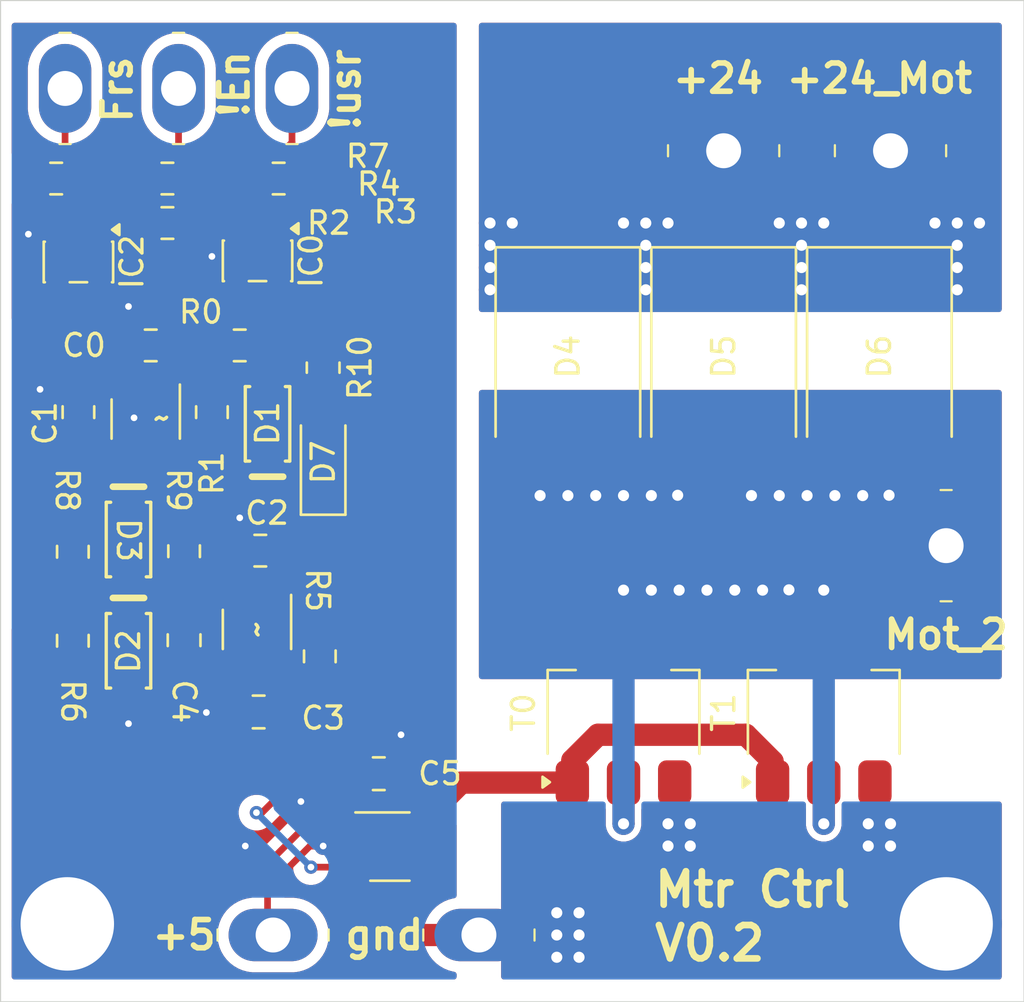
<source format=kicad_pcb>
(kicad_pcb (version 20241229) (generator "pcbnew") (generator_version "9.0")
  (layers (0 "F.Cu" signal) (2 "B.Cu" signal) (13 "F.Paste" user) (15 "B.Paste" user) (5 "F.SilkS" user "F.Silkscreen") (7 "B.SilkS" user "B.Silkscreen") (1 "F.Mask" user) (3 "B.Mask" user) (25 "Edge.Cuts" user))
  (net 0 "")
  (net 1 "GND")
  (net 2 "+5V")
  (net 3 "/50%dtcy")
  (net 4 "/10msOn")
  (net 5 "+24V")
  (net 6 "/~{Enable}")
  (net 7 "/~{userSW}")
  (net 8 "Net-(U0-T{slash}T)")
  (net 9 "Net-(U1-THR)")
  (net 10 "Net-(U1-TRG)")
  (net 11 "Net-(C4-Pad1)")
  (net 12 "/DRAIN")
  (net 13 "Net-(D1-Pad2)")
  (net 14 "Net-(D7-Pad2)")
  (net 15 "Net-(IC2-Y)")
  (net 16 "Net-(R4-Pad1)")
  (net 17 "Net-(R7-Pad1)")
  (net 18 "Net-(T0-G)")
  (net 19 "Net-(IC0-Pad1)")
  (net 20 "Net-(IC2-A)")
  (net 21 "/forceOn")
  (footprint "Capacitor_SMD:C_0805_2012Metric" (layer "F.Cu") (at 120.1 65.975)
    (property "Reference" "C3" (at 2.9 0.275 0) (layer "F.SilkS"))
    (property "Value" "C_0805_1uF_50V_X7R_20%" (hide yes))
    (fp_line (start -0.261252 -0.735) (end 0.261252 -0.735) (stroke (width 0.12)) (layer "F.SilkS"))
    (fp_line (start -0.261252 0.735) (end 0.261252 0.735) (stroke (width 0.12)) (layer "F.SilkS"))
    (pad "1" smd roundrect (at -0.95 0) (size 1 1.45) (layers "F.Cu" "F.Mask" "F.Paste") (net 1 "GND"))
    (pad "2" smd roundrect (at 0.95 0) (size 1 1.45) (layers "F.Cu" "F.Mask" "F.Paste") (net 9 "Net-(U1-THR)"))
  )
  (footprint "Resistor_SMD:R_0805_2012Metric_Pad1.15x1.40mm_HandSolder" (layer "F.Cu") (at 111.75 58.775 -90)
    (property "Reference" "R8" (at -2.775 0.25 270) (layer "F.SilkS"))
    (property "Value" "R_0805_100K_1%" (hide yes))
    (fp_line (start -0.261252 0.71) (end 0.261252 0.71) (stroke (width 0.12)) (layer "F.SilkS"))
    (fp_line (start -0.261252 -0.71) (end 0.261252 -0.71) (stroke (width 0.12)) (layer "F.SilkS"))
    (pad "1" smd roundrect (at -1.025 0 270) (size 1.15 1.4) (layers "F.Cu" "F.Mask" "F.Paste") (roundrect_rratio 0.217391) (net 2 "+5V"))
    (pad "2" smd roundrect (at 1.025 0 270) (size 1.15 1.4) (layers "F.Cu" "F.Mask" "F.Paste") (roundrect_rratio 0.217391) (net 11 "Net-(C4-Pad1)"))
  )
  (footprint "Capacitor_SMD:C_0805_2012Metric_Pad1.15x1.40mm_HandSolder" (layer "F.Cu") (at 115.25 49.5)
    (property "Reference" "C0" (at -3 0 0) (layer "F.SilkS"))
    (property "Value" "C_0805_100nF_50V_X7R_10%" (hide yes))
    (fp_line (start -0.261252 -0.71) (end 0.261252 -0.71) (stroke (width 0.12)) (layer "F.SilkS"))
    (fp_line (start -0.261252 0.71) (end 0.261252 0.71) (stroke (width 0.12)) (layer "F.SilkS"))
    (pad "1" smd roundrect (at -1.025 0) (size 1.15 1.4) (layers "F.Cu" "F.Mask" "F.Paste") (roundrect_rratio 0.217391) (net 1 "GND"))
    (pad "2" smd roundrect (at 1.025 0) (size 1.15 1.4) (layers "F.Cu" "F.Mask" "F.Paste") (roundrect_rratio 0.217391) (net 8 "Net-(U0-T{slash}T)"))
  )
  (footprint "Diode_SMD:D_SMC" (layer "F.Cu") (at 141 50 -90)
    (property "Reference" "D5" (at 0 0 90) (layer "F.SilkS"))
    (property "Value" "B360")
    (fp_line (start -4.91 3.25) (end 3.6 3.25) (stroke (width 0.12)) (layer "F.SilkS"))
    (fp_line (start -4.91 3.25) (end -4.91 -3.25) (stroke (width 0.12)) (layer "F.SilkS"))
    (fp_line (start -4.91 -3.25) (end 3.6 -3.25) (stroke (width 0.12)) (layer "F.SilkS"))
    (pad "1" smd roundrect (at -3.4 0) (size 3.3 2.5) (layers "F.Cu" "F.Mask" "F.Paste") (roundrect_rratio 0.1) (net 5 "+24V"))
    (pad "2" smd roundrect (at 3.4 0) (size 3.3 2.5) (layers "F.Cu" "F.Mask" "F.Paste") (roundrect_rratio 0.1) (net 12 "/DRAIN"))
  )
  (footprint "Connector_THT:2.8mm_Faston" (layer "F.Cu") (at 120.75 76)
    (property "Reference" "XP2" (hide yes))
    (property "Value" "+5" (at -4 0 0) (layer "F.SilkS") (effects (font (size 1.27 1.27) (thickness 0.254))))
    (fp_line (start -2.5 0.25) (end -2.5 -0.25) (stroke (width 0.1)) (layer "F.SilkS"))
    (fp_line (start 2.5 -0.25) (end 2.5 0.25) (stroke (width 0.1)) (layer "F.SilkS"))
    (pad "1" thru_hole oval (at 0 0) (size 4 2.355) (drill 1.57) (layers "*.Cu" "*.Mask") (net 2 "+5V"))
  )
  (footprint "Capacitor_SMD:C_0805_2012Metric_Pad1.15x1.40mm_HandSolder" (layer "F.Cu") (at 112 52.5 -90)
    (property "Reference" "C1" (at 0.5 1.5 90) (layer "F.SilkS"))
    (property "Value" "C_0805_100nF_50V_X7R_10%" (hide yes))
    (fp_line (start -0.261252 0.71) (end 0.261252 0.71) (stroke (width 0.12)) (layer "F.SilkS"))
    (fp_line (start -0.261252 -0.71) (end 0.261252 -0.71) (stroke (width 0.12)) (layer "F.SilkS"))
    (pad "1" smd roundrect (at -1.025 0 270) (size 1.15 1.4) (layers "F.Cu" "F.Mask" "F.Paste") (roundrect_rratio 0.217391) (net 1 "GND"))
    (pad "2" smd roundrect (at 1.025 0 270) (size 1.15 1.4) (layers "F.Cu" "F.Mask" "F.Paste") (roundrect_rratio 0.217391) (net 2 "+5V"))
  )
  (footprint "Diode_SMD:D_SMC" (layer "F.Cu") (at 148 50 -90)
    (property "Reference" "D6" (at 0 0 90) (layer "F.SilkS"))
    (property "Value" "B360")
    (fp_line (start -4.91 3.25) (end 3.6 3.25) (stroke (width 0.12)) (layer "F.SilkS"))
    (fp_line (start -4.91 3.25) (end -4.91 -3.25) (stroke (width 0.12)) (layer "F.SilkS"))
    (fp_line (start -4.91 -3.25) (end 3.6 -3.25) (stroke (width 0.12)) (layer "F.SilkS"))
    (pad "1" smd roundrect (at -3.4 0) (size 3.3 2.5) (layers "F.Cu" "F.Mask" "F.Paste") (roundrect_rratio 0.1) (net 5 "+24V"))
    (pad "2" smd roundrect (at 3.4 0) (size 3.3 2.5) (layers "F.Cu" "F.Mask" "F.Paste") (roundrect_rratio 0.1) (net 12 "/DRAIN"))
  )
  (footprint "Connector_THT:2.8mm_Faston" (layer "F.Cu") (at 130 76)
    (property "Reference" "XP7" (hide yes))
    (property "Value" "gnd" (at -4.25 0 0) (layer "F.SilkS") (effects (font (size 1.27 1.27) (thickness 0.254))))
    (fp_line (start -2.5 0.25) (end -2.5 -0.25) (stroke (width 0.1)) (layer "F.SilkS"))
    (fp_line (start 2.5 -0.25) (end 2.5 0.25) (stroke (width 0.1)) (layer "F.SilkS"))
    (pad "1" thru_hole oval (at 0 0) (size 4 2.355) (drill 1.57) (layers "*.Cu" "*.Mask") (net 1 "GND"))
  )
  (footprint "Comparator_SMD:TSOT-23-5" (layer "F.Cu") (at 115.05 52.81 -90)
    (property "Reference" "U0" (hide yes))
    (property "Value" "~" (at -0.06 -0.7 0) (layer "F.SilkS"))
    (fp_line (start -0.88 1.56) (end 0.88 1.56) (stroke (width 0.12)) (layer "F.SilkS"))
    (fp_line (start 0.88 -1.51) (end -1.55 -1.51) (stroke (width 0.12)) (layer "F.SilkS"))
    (pad "1" smd rect (at -1.31 -0.95 270) (size 1.22 0.62) (layers "F.Cu" "F.Mask" "F.Paste") (net 8 "Net-(U0-T{slash}T)"))
    (pad "2" smd rect (at -1.31 0 270) (size 1.22 0.62) (layers "F.Cu" "F.Mask" "F.Paste") (net 1 "GND"))
    (pad "3" smd rect (at -1.31 0.95 270) (size 1.22 0.62) (layers "F.Cu" "F.Mask" "F.Paste") (net 15 "Net-(IC2-Y)"))
    (pad "4" smd rect (at 1.31 0.95 270) (size 1.22 0.62) (layers "F.Cu" "F.Mask" "F.Paste") (net 2 "+5V"))
    (pad "5" smd rect (at 1.31 -0.95 270) (size 1.22 0.62) (layers "F.Cu" "F.Mask" "F.Paste") (net 3 "/50%dtcy"))
  )
  (footprint "Resistor_SMD:R_0805_2012Metric_Pad1.15x1.40mm_HandSolder" (layer "F.Cu") (at 116 44 180)
    (property "Reference" "R2" (at -7.25 0 0) (layer "F.SilkS"))
    (property "Value" "R_0805_100K_1%" (hide yes))
    (fp_line (start -0.261252 0.71) (end 0.261252 0.71) (stroke (width 0.12)) (layer "F.SilkS"))
    (fp_line (start -0.261252 -0.71) (end 0.261252 -0.71) (stroke (width 0.12)) (layer "F.SilkS"))
    (pad "1" smd roundrect (at -1.025 0 180) (size 1.15 1.4) (layers "F.Cu" "F.Mask" "F.Paste") (roundrect_rratio 0.217391) (net 6 "/~{Enable}"))
    (pad "2" smd roundrect (at 1.025 0 180) (size 1.15 1.4) (layers "F.Cu" "F.Mask" "F.Paste") (roundrect_rratio 0.217391) (net 2 "+5V"))
  )
  (footprint "Package_TO_SOT_SMD:SOT-223-3_TabPin2" (layer "F.Cu") (at 145.5 66 90)
    (property "Reference" "T1" (at 0 -4.5 90) (layer "F.SilkS"))
    (property "Value" "buk9880-55a")
    (fp_line (start 1.91 -3.41) (end 1.91 -2.15) (stroke (width 0.12)) (layer "F.SilkS"))
    (fp_line (start -1.85 -3.41) (end 1.91 -3.41) (stroke (width 0.12)) (layer "F.SilkS"))
    (fp_line (start 1.91 3.41) (end 1.91 2.15) (stroke (width 0.12)) (layer "F.SilkS"))
    (fp_line (start -1.85 3.41) (end 1.91 3.41) (stroke (width 0.12)) (layer "F.SilkS"))
    (fp_poly (pts (xy -3.13 -3.31) (xy -3.37 -3.64) (xy -2.89 -3.64) (xy -3.13 -3.31)) (stroke (width 0.12)) (fill yes) (layer "F.SilkS"))
    (pad "1" smd roundrect (at -3.15 -2.3 90) (size 2 1.5) (layers "F.Cu" "F.Mask" "F.Paste") (net 18 "Net-(T0-G)"))
    (pad "2" smd roundrect (at -3.15 0 90) (size 2 1.5) (layers "F.Cu" "F.Mask" "F.Paste") (net 12 "/DRAIN"))
    (pad "2" smd roundrect (at 3.15 0 90) (size 2 3.8) (layers "F.Cu" "F.Mask" "F.Paste") (net 12 "/DRAIN"))
    (pad "3" smd roundrect (at -3.15 2.3 90) (size 2 1.5) (layers "F.Cu" "F.Mask" "F.Paste") (net 1 "GND"))
  )
  (footprint "Resistor_SMD:R_0805_2012Metric_Pad1.15x1.40mm_HandSolder" (layer "F.Cu") (at 111 42)
    (property "Reference" "R7" (at 14 -1 0) (layer "F.SilkS"))
    (property "Value" "R_0805_1K_1%" (hide yes))
    (fp_line (start -0.261252 -0.71) (end 0.261252 -0.71) (stroke (width 0.12)) (layer "F.SilkS"))
    (fp_line (start -0.261252 0.71) (end 0.261252 0.71) (stroke (width 0.12)) (layer "F.SilkS"))
    (pad "1" smd roundrect (at -1.025 0) (size 1.15 1.4) (layers "F.Cu" "F.Mask" "F.Paste") (roundrect_rratio 0.217391) (net 17 "Net-(R7-Pad1)"))
    (pad "2" smd roundrect (at 1.025 0) (size 1.15 1.4) (layers "F.Cu" "F.Mask" "F.Paste") (roundrect_rratio 0.217391) (net 21 "/forceOn"))
  )
  (footprint "Package_TO_SOT_SMD:SOT-23-5" (layer "F.Cu") (at 112 45.75 -90)
    (property "Reference" "IC2" (at 0 -2.4 90) (layer "F.SilkS"))
    (property "Value" "OR")
    (fp_line (start -0.91 1.56) (end -0.91 1.51) (stroke (width 0.12)) (layer "F.SilkS"))
    (fp_line (start 0.91 1.56) (end -0.91 1.56) (stroke (width 0.12)) (layer "F.SilkS"))
    (fp_line (start 0.91 1.51) (end 0.91 1.56) (stroke (width 0.12)) (layer "F.SilkS"))
    (fp_line (start 0.91 -0.39) (end 0.91 0.39) (stroke (width 0.12)) (layer "F.SilkS"))
    (fp_line (start -0.91 -1.51) (end -0.91 -1.56) (stroke (width 0.12)) (layer "F.SilkS"))
    (fp_line (start -0.91 -1.56) (end 0.91 -1.56) (stroke (width 0.12)) (layer "F.SilkS"))
    (fp_line (start 0.91 -1.56) (end 0.91 -1.51) (stroke (width 0.12)) (layer "F.SilkS"))
    (fp_poly (pts (xy -1.45 -1.51) (xy -1.69 -1.84) (xy -1.21 -1.84)) (stroke (width 0.12)) (fill yes) (layer "F.SilkS"))
    (pad "1" smd roundrect (at -1.1375 -0.95 270) (size 1.325 0.6) (layers "F.Cu" "F.Mask" "F.Paste") (net 20 "Net-(IC2-A)"))
    (pad "2" smd roundrect (at -1.1375 0 270) (size 1.325 0.6) (layers "F.Cu" "F.Mask" "F.Paste") (net 21 "/forceOn"))
    (pad "3" smd roundrect (at -1.1375 0.95 270) (size 1.325 0.6) (layers "F.Cu" "F.Mask" "F.Paste") (net 1 "GND"))
    (pad "4" smd roundrect (at 1.1375 0.95 270) (size 1.325 0.6) (layers "F.Cu" "F.Mask" "F.Paste") (net 15 "Net-(IC2-Y)"))
    (pad "5" smd roundrect (at 1.1375 -0.95 270) (size 1.325 0.6) (layers "F.Cu" "F.Mask" "F.Paste") (net 2 "+5V"))
  )
  (footprint "Diode_SMD:D_SOD-123" (layer "F.Cu") (at 114.25 58.25 -90)
    (property "Reference" "D3" (at 0 0 270) (layer "F.SilkS"))
    (property "Value" "D_BAT42W" (hide yes))
    (fp_line (start -1.7 1) (end 1.65 1) (stroke (width 0.15)) (layer "F.SilkS"))
    (fp_line (start -1.7 0.8) (end -1.7 1) (stroke (width 0.15)) (layer "F.SilkS"))
    (fp_line (start 1.65 0.8) (end 1.65 1) (stroke (width 0.15)) (layer "F.SilkS"))
    (fp_line (start -2.4 -0.7) (end -2.4 0.7) (stroke (width 0.3)) (layer "F.SilkS"))
    (fp_line (start -1.7 -1) (end -1.7 -0.8) (stroke (width 0.15)) (layer "F.SilkS"))
    (fp_line (start -1.7 -1) (end 1.65 -1) (stroke (width 0.15)) (layer "F.SilkS"))
    (fp_line (start 1.65 -1) (end 1.65 -0.8) (stroke (width 0.15)) (layer "F.SilkS"))
    (pad "1" smd rect (at -1.65 0 270) (size 0.9 1.2) (layers "F.Cu" "F.Mask" "F.Paste") (net 2 "+5V"))
    (pad "2" smd rect (at 1.65 0 270) (size 0.9 1.2) (layers "F.Cu" "F.Mask" "F.Paste") (net 10 "Net-(U1-TRG)"))
  )
  (footprint "Resistor_SMD:R_0805_2012Metric_Pad1.15x1.40mm_HandSolder" (layer "F.Cu") (at 122.85 63.475 90)
    (property "Reference" "R5" (at 2.975 -0.1 270) (layer "F.SilkS"))
    (property "Value" "R_0805_100K_1%" (hide yes))
    (fp_line (start -0.261252 -0.71) (end 0.261252 -0.71) (stroke (width 0.12)) (layer "F.SilkS"))
    (fp_line (start -0.261252 0.71) (end 0.261252 0.71) (stroke (width 0.12)) (layer "F.SilkS"))
    (pad "1" smd roundrect (at -1.025 0 90) (size 1.15 1.4) (layers "F.Cu" "F.Mask" "F.Paste") (roundrect_rratio 0.217391) (net 9 "Net-(U1-THR)"))
    (pad "2" smd roundrect (at 1.025 0 90) (size 1.15 1.4) (layers "F.Cu" "F.Mask" "F.Paste") (roundrect_rratio 0.217391) (net 4 "/10msOn"))
  )
  (footprint "Diode_SMD:D_SOD-123" (layer "F.Cu") (at 114.25 63.25 -90)
    (property "Reference" "D2" (at 0 0 90) (layer "F.SilkS"))
    (property "Value" "D_BAT42W" (hide yes))
    (fp_line (start -1.7 1) (end 1.65 1) (stroke (width 0.15)) (layer "F.SilkS"))
    (fp_line (start -1.7 0.8) (end -1.7 1) (stroke (width 0.15)) (layer "F.SilkS"))
    (fp_line (start 1.65 0.8) (end 1.65 1) (stroke (width 0.15)) (layer "F.SilkS"))
    (fp_line (start -2.4 -0.7) (end -2.4 0.7) (stroke (width 0.3)) (layer "F.SilkS"))
    (fp_line (start -1.7 -1) (end -1.7 -0.8) (stroke (width 0.15)) (layer "F.SilkS"))
    (fp_line (start -1.7 -1) (end 1.65 -1) (stroke (width 0.15)) (layer "F.SilkS"))
    (fp_line (start 1.65 -1) (end 1.65 -0.8) (stroke (width 0.15)) (layer "F.SilkS"))
    (pad "1" smd rect (at -1.65 0 270) (size 0.9 1.2) (layers "F.Cu" "F.Mask" "F.Paste") (net 10 "Net-(U1-TRG)"))
    (pad "2" smd rect (at 1.65 0 270) (size 0.9 1.2) (layers "F.Cu" "F.Mask" "F.Paste") (net 1 "GND"))
  )
  (footprint "Package_TO_SOT_SMD:SOT-23-5" (layer "F.Cu") (at 120.05 45.7 -90)
    (property "Reference" "IC0" (at 0 -2.4 270) (layer "F.SilkS"))
    (property "Value" "74LVC1G02")
    (fp_line (start -0.91 1.56) (end -0.91 1.51) (stroke (width 0.12)) (layer "F.SilkS"))
    (fp_line (start 0.91 1.56) (end -0.91 1.56) (stroke (width 0.12)) (layer "F.SilkS"))
    (fp_line (start 0.91 1.51) (end 0.91 1.56) (stroke (width 0.12)) (layer "F.SilkS"))
    (fp_line (start 0.91 -0.39) (end 0.91 0.39) (stroke (width 0.12)) (layer "F.SilkS"))
    (fp_line (start -0.91 -1.51) (end -0.91 -1.56) (stroke (width 0.12)) (layer "F.SilkS"))
    (fp_line (start -0.91 -1.56) (end 0.91 -1.56) (stroke (width 0.12)) (layer "F.SilkS"))
    (fp_line (start 0.91 -1.56) (end 0.91 -1.51) (stroke (width 0.12)) (layer "F.SilkS"))
    (fp_poly (pts (xy -1.45 -1.51) (xy -1.69 -1.84) (xy -1.21 -1.84)) (stroke (width 0.12)) (fill yes) (layer "F.SilkS"))
    (pad "1" smd roundrect (at -1.1375 -0.95 270) (size 1.325 0.6) (layers "F.Cu" "F.Mask" "F.Paste") (net 19 "Net-(IC0-Pad1)"))
    (pad "2" smd roundrect (at -1.1375 0 270) (size 1.325 0.6) (layers "F.Cu" "F.Mask" "F.Paste") (net 6 "/~{Enable}"))
    (pad "3" smd roundrect (at -1.1375 0.95 270) (size 1.325 0.6) (layers "F.Cu" "F.Mask" "F.Paste") (net 1 "GND"))
    (pad "4" smd roundrect (at 1.1375 0.95 270) (size 1.325 0.6) (layers "F.Cu" "F.Mask" "F.Paste") (net 20 "Net-(IC2-A)"))
    (pad "5" smd roundrect (at 1.1375 -0.95 270) (size 1.325 0.6) (layers "F.Cu" "F.Mask" "F.Paste") (net 2 "+5V"))
  )
  (footprint "Resistor_SMD:R_0805_2012Metric_Pad1.20x1.40mm_HandSolder" (layer "F.Cu") (at 123 50.5 -90)
    (property "Reference" "R10" (at 0 -1.65 90) (layer "F.SilkS"))
    (property "Value" "R_0805_1K_1%")
    (fp_line (start -0.227064 0.735) (end 0.227064 0.735) (stroke (width 0.12)) (layer "F.SilkS"))
    (fp_line (start -0.227064 -0.735) (end 0.227064 -0.735) (stroke (width 0.12)) (layer "F.SilkS"))
    (pad "1" smd roundrect (at -1 0 270) (size 1.2 1.4) (layers "F.Cu" "F.Mask" "F.Paste") (roundrect_rratio 0.208333) (net 8 "Net-(U0-T{slash}T)"))
    (pad "2" smd roundrect (at 1 0 270) (size 1.2 1.4) (layers "F.Cu" "F.Mask" "F.Paste") (roundrect_rratio 0.208333) (net 14 "Net-(D7-Pad2)"))
  )
  (footprint "Resistor_SMD:R_0805_2012Metric_Pad1.15x1.40mm_HandSolder" (layer "F.Cu") (at 116.75 58.75 90)
    (property "Reference" "R9" (at 2.75 -0.25 270) (layer "F.SilkS"))
    (property "Value" "R_0805_100K_1%" (hide yes))
    (fp_line (start -0.261252 -0.71) (end 0.261252 -0.71) (stroke (width 0.12)) (layer "F.SilkS"))
    (fp_line (start -0.261252 0.71) (end 0.261252 0.71) (stroke (width 0.12)) (layer "F.SilkS"))
    (pad "1" smd roundrect (at -1.025 0 90) (size 1.15 1.4) (layers "F.Cu" "F.Mask" "F.Paste") (roundrect_rratio 0.217391) (net 10 "Net-(U1-TRG)"))
    (pad "2" smd roundrect (at 1.025 0 90) (size 1.15 1.4) (layers "F.Cu" "F.Mask" "F.Paste") (roundrect_rratio 0.217391) (net 1 "GND"))
  )
  (footprint "Resistor_SMD:R_0805_2012Metric_Pad1.15x1.40mm_HandSolder" (layer "F.Cu") (at 121 42)
    (property "Reference" "R3" (at 5.25 1.5 0) (layer "F.SilkS"))
    (property "Value" "R_0805_1K_1%" (hide yes))
    (fp_line (start -0.261252 -0.71) (end 0.261252 -0.71) (stroke (width 0.12)) (layer "F.SilkS"))
    (fp_line (start -0.261252 0.71) (end 0.261252 0.71) (stroke (width 0.12)) (layer "F.SilkS"))
    (pad "1" smd roundrect (at -1.025 0) (size 1.15 1.4) (layers "F.Cu" "F.Mask" "F.Paste") (roundrect_rratio 0.217391) (net 7 "/~{userSW}"))
    (pad "2" smd roundrect (at 1.025 0) (size 1.15 1.4) (layers "F.Cu" "F.Mask" "F.Paste") (roundrect_rratio 0.217391) (net 19 "Net-(IC0-Pad1)"))
  )
  (footprint "Connector_THT:2.8mm_Faston" (layer "F.Cu") (at 116.5 37.95 -90)
    (property "Reference" "XP4" (hide yes))
    (property "Value" "!En" (at -0.2 -2.5 90) (layer "F.SilkS") (effects (font (size 1.27 1.27) (thickness 0.254))))
    (fp_line (start -2.5 0.25) (end -2.5 -0.25) (stroke (width 0.1)) (layer "F.SilkS"))
    (fp_line (start 2.5 -0.25) (end 2.5 0.25) (stroke (width 0.1)) (layer "F.SilkS"))
    (pad "1" thru_hole oval (at 0 0 270) (size 4 2.355) (drill 1.57) (layers "*.Cu" "*.Mask") (net 16 "Net-(R4-Pad1)"))
  )
  (footprint "Capacitor_SMD:C_0805_2012Metric_Pad1.15x1.40mm_HandSolder" (layer "F.Cu") (at 120.175 58.725 180)
    (property "Reference" "C2" (at -0.3 1.69 0) (layer "F.SilkS"))
    (property "Value" "C_0805_100nF_50V_X7R_10%" (hide yes))
    (fp_line (start -0.261252 0.71) (end 0.261252 0.71) (stroke (width 0.12)) (layer "F.SilkS"))
    (fp_line (start -0.261252 -0.71) (end 0.261252 -0.71) (stroke (width 0.12)) (layer "F.SilkS"))
    (pad "1" smd roundrect (at -1.025 0 180) (size 1.15 1.4) (layers "F.Cu" "F.Mask" "F.Paste") (roundrect_rratio 0.217391) (net 2 "+5V"))
    (pad "2" smd roundrect (at 1.025 0 180) (size 1.15 1.4) (layers "F.Cu" "F.Mask" "F.Paste") (roundrect_rratio 0.217391) (net 1 "GND"))
  )
  (footprint "Resistor_SMD:R_0805_2012Metric_Pad1.15x1.40mm_HandSolder" (layer "F.Cu") (at 116 42)
    (property "Reference" "R4" (at 9.5 0.25 0) (layer "F.SilkS"))
    (property "Value" "R_0805_1K_1%" (hide yes))
    (fp_line (start -0.261252 -0.71) (end 0.261252 -0.71) (stroke (width 0.12)) (layer "F.SilkS"))
    (fp_line (start -0.261252 0.71) (end 0.261252 0.71) (stroke (width 0.12)) (layer "F.SilkS"))
    (pad "1" smd roundrect (at -1.025 0) (size 1.15 1.4) (layers "F.Cu" "F.Mask" "F.Paste") (roundrect_rratio 0.217391) (net 16 "Net-(R4-Pad1)"))
    (pad "2" smd roundrect (at 1.025 0) (size 1.15 1.4) (layers "F.Cu" "F.Mask" "F.Paste") (roundrect_rratio 0.217391) (net 6 "/~{Enable}"))
  )
  (footprint "Package_TO_SOT_SMD:SOT-223-3_TabPin2" (layer "F.Cu") (at 136.5 66 90)
    (property "Reference" "T0" (at 0 -4.5 90) (layer "F.SilkS"))
    (property "Value" "buk9880-55a")
    (fp_line (start 1.91 -3.41) (end 1.91 -2.15) (stroke (width 0.12)) (layer "F.SilkS"))
    (fp_line (start -1.85 -3.41) (end 1.91 -3.41) (stroke (width 0.12)) (layer "F.SilkS"))
    (fp_line (start 1.91 3.41) (end 1.91 2.15) (stroke (width 0.12)) (layer "F.SilkS"))
    (fp_line (start -1.85 3.41) (end 1.91 3.41) (stroke (width 0.12)) (layer "F.SilkS"))
    (fp_poly (pts (xy -3.13 -3.31) (xy -3.37 -3.64) (xy -2.89 -3.64) (xy -3.13 -3.31)) (stroke (width 0.12)) (fill yes) (layer "F.SilkS"))
    (pad "1" smd roundrect (at -3.15 -2.3 90) (size 2 1.5) (layers "F.Cu" "F.Mask" "F.Paste") (net 18 "Net-(T0-G)"))
    (pad "2" smd roundrect (at -3.15 0 90) (size 2 1.5) (layers "F.Cu" "F.Mask" "F.Paste") (net 12 "/DRAIN"))
    (pad "2" smd roundrect (at 3.15 0 90) (size 2 3.8) (layers "F.Cu" "F.Mask" "F.Paste") (net 12 "/DRAIN"))
    (pad "3" smd roundrect (at -3.15 2.3 90) (size 2 1.5) (layers "F.Cu" "F.Mask" "F.Paste") (net 1 "GND"))
  )
  (footprint "Resistor_SMD:R_0805_2012Metric_Pad1.15x1.40mm_HandSolder" (layer "F.Cu") (at 119.25 49.5)
    (property "Reference" "R0" (at -1.75 -1.5 0) (layer "F.SilkS"))
    (property "Value" "R_0805_10K_1%" (hide yes))
    (fp_line (start -0.261252 -0.71) (end 0.261252 -0.71) (stroke (width 0.12)) (layer "F.SilkS"))
    (fp_line (start -0.261252 0.71) (end 0.261252 0.71) (stroke (width 0.12)) (layer "F.SilkS"))
    (pad "1" smd roundrect (at -1.025 0) (size 1.15 1.4) (layers "F.Cu" "F.Mask" "F.Paste") (roundrect_rratio 0.217391) (net 8 "Net-(U0-T{slash}T)"))
    (pad "2" smd roundrect (at 1.025 0) (size 1.15 1.4) (layers "F.Cu" "F.Mask" "F.Paste") (roundrect_rratio 0.217391) (net 13 "Net-(D1-Pad2)"))
  )
  (footprint "Connector_THT:2.8mm_Faston" (layer "F.Cu") (at 148.5 40.75)
    (property "Reference" "XP1" (hide yes))
    (property "Value" "+24_Mot" (at -0.5 -3.25 0) (layer "F.SilkS") (effects (font (size 1.27 1.27) (thickness 0.254))))
    (fp_line (start -2.5 0.25) (end -2.5 -0.25) (stroke (width 0.1)) (layer "F.SilkS"))
    (fp_line (start 2.5 -0.25) (end 2.5 0.25) (stroke (width 0.1)) (layer "F.SilkS"))
    (pad "1" thru_hole oval (at 0 0) (size 4 2.355) (drill 1.57) (layers "*.Cu" "*.Mask") (net 5 "+24V"))
  )
  (footprint "Capacitor_SMD:C_0805_2012Metric" (layer "F.Cu") (at 125.5 68.75 180)
    (property "Reference" "C5" (at -2.75 0 0) (layer "F.SilkS"))
    (property "Value" "C_0805_1uF_50V_X7R_20%")
    (fp_line (start -0.261252 0.735) (end 0.261252 0.735) (stroke (width 0.12)) (layer "F.SilkS"))
    (fp_line (start -0.261252 -0.735) (end 0.261252 -0.735) (stroke (width 0.12)) (layer "F.SilkS"))
    (pad "1" smd roundrect (at -0.95 0 180) (size 1 1.45) (layers "F.Cu" "F.Mask" "F.Paste") (net 1 "GND"))
    (pad "2" smd roundrect (at 0.95 0 180) (size 1 1.45) (layers "F.Cu" "F.Mask" "F.Paste") (net 2 "+5V"))
  )
  (footprint "Connector_THT:2.8mm_Faston" (layer "F.Cu") (at 141 40.75)
    (property "Reference" "XP0" (hide yes))
    (property "Value" "+24" (at -0.25 -3.25 0) (layer "F.SilkS") (effects (font (size 1.27 1.27) (thickness 0.254))))
    (fp_line (start -2.5 0.25) (end -2.5 -0.25) (stroke (width 0.1)) (layer "F.SilkS"))
    (fp_line (start 2.5 -0.25) (end 2.5 0.25) (stroke (width 0.1)) (layer "F.SilkS"))
    (pad "1" thru_hole oval (at 0 0) (size 4 2.355) (drill 1.57) (layers "*.Cu" "*.Mask") (net 5 "+24V"))
  )
  (footprint "Resistor_SMD:R_0805_2012Metric_Pad1.15x1.40mm_HandSolder" (layer "F.Cu") (at 118 52.5 -90)
    (property "Reference" "R1" (at 2.75 0 90) (layer "F.SilkS"))
    (property "Value" "R_0805_10K_1%" (hide yes))
    (fp_line (start -0.261252 0.71) (end 0.261252 0.71) (stroke (width 0.12)) (layer "F.SilkS"))
    (fp_line (start -0.261252 -0.71) (end 0.261252 -0.71) (stroke (width 0.12)) (layer "F.SilkS"))
    (pad "1" smd roundrect (at -1.025 0 270) (size 1.15 1.4) (layers "F.Cu" "F.Mask" "F.Paste") (roundrect_rratio 0.217391) (net 8 "Net-(U0-T{slash}T)"))
    (pad "2" smd roundrect (at 1.025 0 270) (size 1.15 1.4) (layers "F.Cu" "F.Mask" "F.Paste") (roundrect_rratio 0.217391) (net 3 "/50%dtcy"))
  )
  (footprint "Connector_THT:2.8mm_Faston" (layer "F.Cu") (at 151 58.5 90)
    (property "Reference" "XP6" (hide yes))
    (property "Value" "Mot_2" (at -4 0 180) (layer "F.SilkS") (effects (font (size 1.27 1.27) (thickness 0.254))))
    (fp_line (start 2.5 -0.25) (end 2.5 0.25) (stroke (width 0.1)) (layer "F.SilkS"))
    (fp_line (start -2.5 0.25) (end -2.5 -0.25) (stroke (width 0.1)) (layer "F.SilkS"))
    (pad "1" thru_hole oval (at 0 0 90) (size 4 2.355) (drill 1.57) (layers "*.Cu" "*.Mask") (net 12 "/DRAIN"))
  )
  (footprint "Diode_SMD:D_SMC" (layer "F.Cu") (at 134 50 -90)
    (property "Reference" "D4" (at 0 0 90) (layer "F.SilkS"))
    (property "Value" "B360")
    (fp_line (start -4.91 3.25) (end 3.6 3.25) (stroke (width 0.12)) (layer "F.SilkS"))
    (fp_line (start -4.91 3.25) (end -4.91 -3.25) (stroke (width 0.12)) (layer "F.SilkS"))
    (fp_line (start -4.91 -3.25) (end 3.6 -3.25) (stroke (width 0.12)) (layer "F.SilkS"))
    (pad "1" smd roundrect (at -3.4 0) (size 3.3 2.5) (layers "F.Cu" "F.Mask" "F.Paste") (roundrect_rratio 0.1) (net 5 "+24V"))
    (pad "2" smd roundrect (at 3.4 0) (size 3.3 2.5) (layers "F.Cu" "F.Mask" "F.Paste") (roundrect_rratio 0.1) (net 12 "/DRAIN"))
  )
  (footprint "Diode_SMD:D_SOD-123" (layer "F.Cu") (at 123 54.75 90)
    (property "Reference" "D7" (at 0 0 90) (layer "F.SilkS"))
    (property "Value" "D_BAT42W")
    (fp_line (start -2.36 -1) (end 1.65 -1) (stroke (width 0.12)) (layer "F.SilkS"))
    (fp_line (start -2.36 -1) (end -2.36 1) (stroke (width 0.12)) (layer "F.SilkS"))
    (fp_line (start -2.36 1) (end 1.65 1) (stroke (width 0.12)) (layer "F.SilkS"))
    (pad "1" smd roundrect (at -1.65 0 90) (size 0.9 1.2) (layers "F.Cu" "F.Mask" "F.Paste") (net 4 "/10msOn"))
    (pad "2" smd roundrect (at 1.65 0 90) (size 0.9 1.2) (layers "F.Cu" "F.Mask" "F.Paste") (net 14 "Net-(D7-Pad2)"))
  )
  (footprint "Connector_THT:2.8mm_Faston" (layer "F.Cu") (at 121.6 37.95 -90)
    (property "Reference" "XP3" (hide yes))
    (property "Value" "!usr" (at 0.05 -2.4 90) (layer "F.SilkS") (effects (font (size 1.27 1.27) (thickness 0.254))))
    (fp_line (start -2.5 0.25) (end -2.5 -0.25) (stroke (width 0.1)) (layer "F.SilkS"))
    (fp_line (start 2.5 -0.25) (end 2.5 0.25) (stroke (width 0.1)) (layer "F.SilkS"))
    (pad "1" thru_hole oval (at 0 0 270) (size 4 2.355) (drill 1.57) (layers "*.Cu" "*.Mask") (net 7 "/~{userSW}"))
  )
  (footprint "Capacitor_SMD:C_0805_2012Metric" (layer "F.Cu") (at 116.75 62.75 90)
    (property "Reference" "C4" (at -2.75 0 270) (layer "F.SilkS"))
    (property "Value" "C_0805_1uF_50V_X7R_20%" (hide yes))
    (fp_line (start -0.261252 -0.735) (end 0.261252 -0.735) (stroke (width 0.12)) (layer "F.SilkS"))
    (fp_line (start -0.261252 0.735) (end 0.261252 0.735) (stroke (width 0.12)) (layer "F.SilkS"))
    (pad "1" smd roundrect (at -0.95 0 90) (size 1 1.45) (layers "F.Cu" "F.Mask" "F.Paste") (net 11 "Net-(C4-Pad1)"))
    (pad "2" smd roundrect (at 0.95 0 90) (size 1 1.45) (layers "F.Cu" "F.Mask" "F.Paste") (net 10 "Net-(U1-TRG)"))
  )
  (footprint "Resistor_SMD:R_0805_2012Metric_Pad1.15x1.40mm_HandSolder" (layer "F.Cu") (at 111.75 62.775 90)
    (property "Reference" "R6" (at -2.725 0 270) (layer "F.SilkS"))
    (property "Value" "R_0805_1K_1%" (hide yes))
    (fp_line (start -0.261252 -0.71) (end 0.261252 -0.71) (stroke (width 0.12)) (layer "F.SilkS"))
    (fp_line (start -0.261252 0.71) (end 0.261252 0.71) (stroke (width 0.12)) (layer "F.SilkS"))
    (pad "1" smd roundrect (at -1.025 0 90) (size 1.15 1.4) (layers "F.Cu" "F.Mask" "F.Paste") (roundrect_rratio 0.217391) (net 15 "Net-(IC2-Y)"))
    (pad "2" smd roundrect (at 1.025 0 90) (size 1.15 1.4) (layers "F.Cu" "F.Mask" "F.Paste") (roundrect_rratio 0.217391) (net 11 "Net-(C4-Pad1)"))
  )
  (footprint "Diode_SMD:D_SOD-123" (layer "F.Cu") (at 120.5 53 90)
    (property "Reference" "D1" (at 0 0 90) (layer "F.SilkS"))
    (property "Value" "D_BAT42W" (hide yes))
    (fp_line (start 1.65 -1) (end 1.65 -0.8) (stroke (width 0.15)) (layer "F.SilkS"))
    (fp_line (start -1.7 -1) (end 1.65 -1) (stroke (width 0.15)) (layer "F.SilkS"))
    (fp_line (start -1.7 -1) (end -1.7 -0.8) (stroke (width 0.15)) (layer "F.SilkS"))
    (fp_line (start -2.4 -0.7) (end -2.4 0.7) (stroke (width 0.3)) (layer "F.SilkS"))
    (fp_line (start 1.65 0.8) (end 1.65 1) (stroke (width 0.15)) (layer "F.SilkS"))
    (fp_line (start -1.7 0.8) (end -1.7 1) (stroke (width 0.15)) (layer "F.SilkS"))
    (fp_line (start -1.7 1) (end 1.65 1) (stroke (width 0.15)) (layer "F.SilkS"))
    (pad "1" smd rect (at -1.65 0 90) (size 0.9 1.2) (layers "F.Cu" "F.Mask" "F.Paste") (net 3 "/50%dtcy"))
    (pad "2" smd rect (at 1.65 0 90) (size 0.9 1.2) (layers "F.Cu" "F.Mask" "F.Paste") (net 13 "Net-(D1-Pad2)"))
  )
  (footprint "Comparator_SMD:TSOT-23-5" (layer "F.Cu") (at 120.05 62.265 -90)
    (property "Reference" "U1" (hide yes))
    (property "Value" "~" (at -0.015 0.05 90) (layer "F.SilkS"))
    (fp_line (start -0.88 1.56) (end 0.88 1.56) (stroke (width 0.12)) (layer "F.SilkS"))
    (fp_line (start 0.88 -1.51) (end -1.55 -1.51) (stroke (width 0.12)) (layer "F.SilkS"))
    (pad "1" smd rect (at -1.31 -0.95 270) (size 1.22 0.62) (layers "F.Cu" "F.Mask" "F.Paste") (net 2 "+5V"))
    (pad "2" smd rect (at -1.31 0 270) (size 1.22 0.62) (layers "F.Cu" "F.Mask" "F.Paste") (net 1 "GND"))
    (pad "3" smd rect (at -1.31 0.95 270) (size 1.22 0.62) (layers "F.Cu" "F.Mask" "F.Paste") (net 4 "/10msOn"))
    (pad "4" smd rect (at 1.31 0.95 270) (size 1.22 0.62) (layers "F.Cu" "F.Mask" "F.Paste") (net 10 "Net-(U1-TRG)"))
    (pad "5" smd rect (at 1.31 -0.95 270) (size 1.22 0.62) (layers "F.Cu" "F.Mask" "F.Paste") (net 9 "Net-(U1-THR)"))
  )
  (footprint "Connector_THT:2.8mm_Faston" (layer "F.Cu") (at 111.4 37.95 -90)
    (property "Reference" "XP5" (hide yes))
    (property "Value" "Frs" (hide yes))
    (property "aff" "Frs" (at 0.05 -2.35 90) (layer "F.SilkS") (effects (font (size 1.27 1.27) (thickness 0.254))))
    (fp_line (start -2.5 0.25) (end -2.5 -0.25) (stroke (width 0.1)) (layer "F.SilkS"))
    (fp_line (start 2.5 -0.25) (end 2.5 0.25) (stroke (width 0.1)) (layer "F.SilkS"))
    (pad "1" thru_hole oval (at 0 0 270) (size 4 2.355) (drill 1.57) (layers "*.Cu" "*.Mask") (net 17 "Net-(R7-Pad1)"))
  )
  (footprint "Comparator_SMD:TSOT-23-5" (layer "F.Cu") (at 126 72)
    (property "Reference" "U2" (hide yes))
    (property "Value" "DGD0211EWT" (hide yes))
    (fp_line (start -0.88 1.56) (end 0.88 1.56) (stroke (width 0.12)) (layer "F.SilkS"))
    (fp_line (start 0.88 -1.51) (end -1.55 -1.51) (stroke (width 0.12)) (layer "F.SilkS"))
    (pad "1" smd rect (at -1.31 -0.95) (size 1.22 0.62) (layers "F.Cu" "F.Mask" "F.Paste") (net 2 "+5V"))
    (pad "2" smd rect (at -1.31 0) (size 1.22 0.62) (layers "F.Cu" "F.Mask" "F.Paste") (net 1 "GND"))
    (pad "3" smd rect (at -1.31 0.95) (size 1.22 0.62) (layers "F.Cu" "F.Mask" "F.Paste") (net 3 "/50%dtcy"))
    (pad "4" smd rect (at 1.31 0.95) (size 1.22 0.62) (layers "F.Cu" "F.Mask" "F.Paste") (net 2 "+5V"))
    (pad "5" smd rect (at 1.31 -0.95) (size 1.22 0.62) (layers "F.Cu" "F.Mask" "F.Paste") (net 18 "Net-(T0-G)"))
  )
  (gr_rect (start 108.5 34) (end 154.5 79) (stroke (width 0.05)) (fill no) (layer "Edge.Cuts"))
  (gr_text "Mtr Ctrl\nV0.2" (at 137.75 77.25 0) (layer "F.SilkS") (effects (font (size 1.5 1.5) (thickness 0.3) (bold yes)) (justify left bottom)))
  (segment (start 115.05 52.204184) (end 115.05 51.5) (width 0.3) (layer "F.Cu") (net 1))
  (segment (start 119.1 44.4) (end 118 45.5) (width 0.3) (layer "F.Cu") (net 1))
  (segment (start 117.775 65.975) (end 117.75 66) (width 0.3) (layer "F.Cu") (net 1))
  (segment (start 118 57.25) (end 119.25 57.25) (width 0.3) (layer "F.Cu") (net 1))
  (segment (start 119.5 72) (end 120 72) (width 0.3) (layer "F.Cu") (net 1))
  (segment (start 119.1 66.025) (end 119.15 65.975) (width 0.3) (layer "F.Cu") (net 1))
  (segment (start 110.275 51.475) (end 110.25 51.5) (width 0.3) (layer "F.Cu") (net 1))
  (segment (start 119.15 58.725) (end 120.05 59.625) (width 0.3) (layer "F.Cu") (net 1))
  (segment (start 111 44.4) (end 109.85 44.4) (width 0.3) (layer "F.Cu") (net 1))
  (segment (start 114.25 47.75) (end 114.25 48.25) (width 0.3) (layer "F.Cu") (net 1))
  (segment (start 114.500516 52.753668) (end 115.05 52.204184) (width 0.3) (layer "F.Cu") (net 1))
  (segment (start 119.15 58.725) (end 119.15 57.35) (width 0.3) (layer "F.Cu") (net 1))
  (segment (start 112 51.475) (end 110.275 51.475) (width 0.3) (layer "F.Cu") (net 1))
  (segment (start 117.525 57.725) (end 118 57.25) (width 0.3) (layer "F.Cu") (net 1))
  (segment (start 120 72) (end 122 70) (width 0.3) (layer "F.Cu") (net 1))
  (segment (start 126.45 67.05) (end 126.5 67) (width 0.3) (layer "F.Cu") (net 1))
  (segment (start 119.15 57.35) (end 119.25 57.25) (width 0.3) (layer "F.Cu") (net 1))
  (segment (start 114.25 48.25) (end 114.225 48.275) (width 0.3) (layer "F.Cu") (net 1))
  (segment (start 124.69 72) (end 123 72) (width 0.3) (layer "F.Cu") (net 1))
  (segment (start 113.275 52.75) (end 112 51.475) (width 0.3) (layer "F.Cu") (net 1))
  (segment (start 126.45 68.75) (end 126.45 67.05) (width 0.3) (layer "F.Cu") (net 1))
  (segment (start 119.15 65.975) (end 117.775 65.975) (width 0.3) (layer "F.Cu") (net 1))
  (segment (start 116.75 57.725) (end 116.75 57.5) (width 0.3) (layer "F.Cu") (net 1))
  (segment (start 121.5 72.908636) (end 121.5 73.75) (width 0.3) (layer "F.Cu") (net 1))
  (segment (start 114.500516 52.753668) (end 114.496848 52.75) (width 0.3) (layer "F.Cu") (net 1))
  (segment (start 109.85 44.4) (end 109.75 44.5) (width 0.3) (layer "F.Cu") (net 1))
  (segment (start 130 76) (end 126.5 76) (width 1) (layer "F.Cu") (net 1))
  (segment (start 116.75 57.725) (end 117.525 57.725) (width 0.3) (layer "F.Cu") (net 1))
  (segment (start 114.496848 52.75) (end 113.275 52.75) (width 0.3) (layer "F.Cu") (net 1))
  (segment (start 122.408636 72) (end 121.5 72.908636) (width 0.3) (layer "F.Cu") (net 1))
  (segment (start 114.225 48.275) (end 114.225 49.5) (width 0.3) (layer "F.Cu") (net 1))
  (segment (start 123 72) (end 122.408636 72) (width 0.3) (layer "F.Cu") (net 1))
  (segment (start 120.05 59.625) (end 120.05 60.955) (width 0.3) (layer "F.Cu") (net 1))
  (segment (start 114.25 64.9) (end 114.25 66.5) (width 0.3) (layer "F.Cu") (net 1))
  (via (at 122 70) (size 0.6) (drill 0.3) (layers "F.Cu" "B.Cu") (net 1))
  (via (at 134.5 77) (size 1) (drill 0.5) (layers "F.Cu" "B.Cu") (net 1))
  (via (at 147.5 71) (size 1) (drill 0.5) (layers "F.Cu" "B.Cu") (net 1))
  (via (at 110.275 51.475) (size 0.8) (drill 0.3) (layers "F.Cu" "B.Cu") (net 1))
  (via (at 147.5 72) (size 1) (drill 0.5) (layers "F.Cu" "B.Cu") (net 1))
  (via (at 133.5 76) (size 1) (drill 0.5) (layers "F.Cu" "B.Cu") (net 1))
  (via (at 109.75 44.5) (size 0.8) (drill 0.3) (layers "F.Cu" "B.Cu") (net 1))
  (via (at 134.5 75) (size 1) (drill 0.5) (layers "F.Cu" "B.Cu") (net 1))
  (via (at 148.5 71) (size 1) (drill 0.5) (layers "F.Cu" "B.Cu") (net 1))
  (via (at 119.25 57.25) (size 0.8) (drill 0.3) (layers "F.Cu" "B.Cu") (net 1))
  (via (at 133.5 77) (size 1) (drill 0.5) (layers "F.Cu" "B.Cu") (net 1))
  (via (at 123 72) (size 0.8) (drill 0.3) (layers "F.Cu" "B.Cu") (net 1))
  (via (at 134.5 76) (size 1) (drill 0.5) (layers "F.Cu" "B.Cu") (net 1))
  (via (at 119.5 72) (size 0.6) (drill 0.3) (layers "F.Cu" "B.Cu") (net 1))
  (via (at 114.25 66.5) (size 0.8) (drill 0.3) (layers "F.Cu" "B.Cu") (net 1))
  (via (at 114.25 47.75) (size 0.8) (drill 0.3) (layers "F.Cu" "B.Cu") (net 1))
  (via (at 138.5 72) (size 1) (drill 0.5) (layers "F.Cu" "B.Cu") (net 1))
  (via (at 151 75.5) (size 5) (drill 4.2) (layers "F.Cu" "B.Cu") (net 1))
  (via (at 118 45.5) (size 0.8) (drill 0.3) (layers "F.Cu" "B.Cu") (net 1))
  (via (at 139.5 72) (size 1) (drill 0.5) (layers "F.Cu" "B.Cu") (net 1))
  (via (at 139.5 71) (size 1) (drill 0.5) (layers "F.Cu" "B.Cu") (net 1))
  (via (at 138.5 71) (size 1) (drill 0.5) (layers "F.Cu" "B.Cu") (net 1))
  (via (at 148.5 72) (size 1) (drill 0.5) (layers "F.Cu" "B.Cu") (net 1))
  (via (at 111.5 75.5) (size 5) (drill 4.2) (layers "F.Cu" "B.Cu") (net 1))
  (via (at 126.5 67) (size 0.8) (drill 0.3) (layers "F.Cu" "B.Cu") (net 1))
  (via (at 117.75 66) (size 0.8) (drill 0.3) (layers "F.Cu" "B.Cu") (net 1))
  (via (at 114.500516 52.753668) (size 0.8) (drill 0.3) (layers "F.Cu" "B.Cu") (net 1))
  (via (at 133.5 75) (size 1) (drill 0.5) (layers "F.Cu" "B.Cu") (net 1))
  (segment (start 124.69 68.89) (end 124.55 68.75) (width 0.3) (layer "F.Cu") (net 2))
  (segment (start 114.581786 46.949) (end 115.382786 47.75) (width 0.3) (layer "F.Cu") (net 2))
  (segment (start 114.1 55.5) (end 114.1 56.45) (width 0.3) (layer "F.Cu") (net 2))
  (segment (start 120.25 47.75) (end 121 47) (width 0.3) (layer "F.Cu") (net 2))
  (segment (start 114.1 56.45) (end 114.25 56.6) (width 0.3) (layer "F.Cu") (net 2))
  (segment (start 121.2 58.725) (end 121.2 56.95) (width 0.3) (layer "F.Cu") (net 2))
  (segment (start 115.75 55.5) (end 114.1 55.5) (width 0.3) (layer "F.Cu") (net 2))
  (segment (start 124.69 71.05) (end 124.69 68.89) (width 0.3) (layer "F.Cu") (net 2))
  (segment (start 112.951 46.949) (end 114.581786 46.949) (width 0.3) (layer "F.Cu") (net 2))
  (segment (start 117.27342 52.549) (end 118.72658 52.549) (width 0.3) (layer "F.Cu") (net 2))
  (segment (start 125.25 66.75) (end 125.25 68.05) (width 0.3) (layer "F.Cu") (net 2))
  (segment (start 121.2 58.725) (end 121.2 60.755) (width 0.3) (layer "F.Cu") (net 2))
  (segment (start 122.158468 53.75) (end 122.359468 53.951) (width 0.3) (layer "F.Cu") (net 2))
  (segment (start 121.2 56.95) (end 120.25 56) (width 0.3) (layer "F.Cu") (net 2))
  (segment (start 112.595 54.12) (end 114.1 54.12) (width 0.3) (layer "F.Cu") (net 2))
  (segment (start 120.5 72.8) (end 124.55 68.75) (width 0.3) (layer "F.Cu") (net 2))
  (segment (start 121 47) (end 122.75 47) (width 0.3) (layer "F.Cu") (net 2))
  (segment (start 125.25 68.05) (end 124.55 68.75) (width 0.3) (layer "F.Cu") (net 2))
  (segment (start 114.1 54.12) (end 114.1 55.5) (width 0.3) (layer "F.Cu") (net 2))
  (segment (start 127.31 72.95) (end 125.41 71.05) (width 0.3) (layer "F.Cu") (net 2))
  (segment (start 118.183786 46.449) (end 118.882786 45.75) (width 0.3) (layer "F.Cu") (net 2))
  (segment (start 119.92758 53.75) (end 122.158468 53.75) (width 0.3) (layer "F.Cu") (net 2))
  (segment (start 117.07242 52.75) (end 117.27342 52.549) (width 0.3) (layer "F.Cu") (net 2))
  (segment (start 125.75 50) (end 125.75 66.25) (width 0.3) (layer "F.Cu") (net 2))
  (segment (start 112.9 47) (end 112.951 46.949) (width 0.3) (layer "F.Cu") (net 2))
  (segment (start 119.633388 47.75) (end 120.25 47.75) (width 0.3) (layer "F.Cu") (net 2))
  (segment (start 118.72658 52.549) (end 119.92758 53.75) (width 0.3) (layer "F.Cu") (net 2))
  (segment (start 115.382786 47.75) (end 118.566612 47.75) (width 0.3) (layer "F.Cu") (net 2))
  (segment (start 114.1 54.12) (end 114.278 54.12) (width 0.3) (layer "F.Cu") (net 2))
  (segment (start 119.482388 47.901) (end 119.633388 47.75) (width 0.3) (layer "F.Cu") (net 2))
  (segment (start 118.882786 45.75) (end 119.75 45.75) (width 0.3) (layer "F.Cu") (net 2))
  (segment (start 111.75 57.75) (end 112.9 56.6) (width 0.3) (layer "F.Cu") (net 2))
  (segment (start 125.41 71.05) (end 124.69 71.05) (width 0.3) (layer "F.Cu") (net 2))
  (segment (start 120.5 75.75) (end 120.5 72.8) (width 0.3) (layer "F.Cu") (net 2))
  (segment (start 118.717612 47.901) (end 119.482388 47.901) (width 0.3) (layer "F.Cu") (net 2))
  (segment (start 112.9 56.6) (end 114.25 56.6) (width 0.3) (layer "F.Cu") (net 2))
  (segment (start 119.75 45.75) (end 121 47) (width 0.3) (layer "F.Cu") (net 2))
  (segment (start 115.648 52.75) (end 117.07242 52.75) (width 0.3) (layer "F.Cu") (net 2))
  (segment (start 116.25 56) (end 115.75 55.5) (width 0.3) (layer "F.Cu") (net 2))
  (segment (start 117.424 46.449) (end 118.183786 46.449) (width 0.3) (layer "F.Cu") (net 2))
  (segment (start 125.75 66.25) (end 125.25 66.75) (width 0.3) (layer "F.Cu") (net 2))
  (segment (start 122.359468 53.951) (end 123.201 53.951) (width 0.3) (layer "F.Cu") (net 2))
  (segment (start 123.201 53.951) (end 125.25 56) (width 0.3) (layer "F.Cu") (net 2))
  (segment (start 122.75 47) (end 125.75 50) (width 0.3) (layer "F.Cu") (net 2))
  (segment (start 118.566612 47.75) (end 118.717612 47.901) (width 0.3) (layer "F.Cu") (net 2))
  (segment (start 120.25 56) (end 116.25 56) (width 0.3) (layer "F.Cu") (net 2))
  (segment (start 114.278 54.12) (end 115.648 52.75) (width 0.3) (layer "F.Cu") (net 2))
  (segment (start 120.75 76) (end 120.5 75.75) (width 0.3) (layer "F.Cu") (net 2))
  (segment (start 114.975 44) (end 117.424 46.449) (width 0.3) (layer "F.Cu") (net 2))
  (segment (start 121.2 60.755) (end 121 60.955) (width 0.3) (layer "F.Cu") (net 2))
  (segment (start 125.25 56) (end 125.25 68.05) (width 0.3) (layer "F.Cu") (net 2))
  (segment (start 112 53.525) (end 112.595 54.12) (width 0.3) (layer "F.Cu") (net 2))
  (segment (start 123.949 55.478232) (end 123.769768 55.299) (width 0.3) (layer "F.Cu") (net 3))
  (segment (start 124.699 56.5) (end 123.949 55.75) (width 0.3) (layer "F.Cu") (net 3))
  (segment (start 116 54.12) (end 117.405 54.12) (width 0.3) (layer "F.Cu") (net 3))
  (segment (start 120 70.5) (end 120.25 70.5) (width 0.3) (layer "F.Cu") (net 3))
  (segment (start 124.699 66.051) (end 124.699 56.5) (width 0.3) (layer "F.Cu") (net 3))
  (segment (start 123.769768 55.299) (end 121.149 55.299) (width 0.3) (layer "F.Cu") (net 3))
  (segment (start 121.149 55.299) (end 120.5 54.65) (width 0.3) (layer "F.Cu") (net 3))
  (segment (start 117.405 54.12) (end 118 53.525) (width 0.3) (layer "F.Cu") (net 3))
  (segment (start 123.949 55.75) (end 123.949 55.478232) (width 0.3) (layer "F.Cu") (net 3))
  (segment (start 120.5 54.65) (end 119.125 54.65) (width 0.3) (layer "F.Cu") (net 3))
  (segment (start 119.125 54.65) (end 118 53.525) (width 0.3) (layer "F.Cu") (net 3))
  (segment (start 122.45 72.95) (end 124.69 72.95) (width 0.3) (layer "F.Cu") (net 3))
  (segment (start 120.25 70.5) (end 124.699 66.051) (width 0.3) (layer "F.Cu") (net 3))
  (via (at 122.45 72.95) (size 0.6) (drill 0.3) (layers "F.Cu" "B.Cu") (net 3))
  (via (at 120 70.5) (size 0.6) (drill 0.3) (layers "F.Cu" "B.Cu") (net 3))
  (segment (start 120 70.5) (end 122.45 72.95) (width 0.3) (layer "B.Cu") (net 3))
  (segment (start 119.823 62.45) (end 119.1 61.727) (width 0.3) (layer "F.Cu") (net 4))
  (segment (start 119.1 61.727) (end 119.1 60.955) (width 0.3) (layer "F.Cu") (net 4))
  (segment (start 122.85 62.45) (end 119.823 62.45) (width 0.3) (layer "F.Cu") (net 4))
  (segment (start 123 56.4) (end 123 62.3) (width 0.3) (layer "F.Cu") (net 4))
  (segment (start 123 62.3) (end 122.85 62.45) (width 0.3) (layer "F.Cu") (net 4))
  (via (at 151.5 46) (size 1) (drill 0.5) (layers "F.Cu" "B.Cu") (net 5))
  (via (at 143.5 44) (size 1) (drill 0.5) (layers "F.Cu" "B.Cu") (net 5))
  (via (at 151.5 47) (size 1) (drill 0.5) (layers "F.Cu" "B.Cu") (net 5))
  (via (at 138.5 44) (size 1) (drill 0.5) (layers "F.Cu" "B.Cu") (net 5))
  (via (at 150.5 44) (size 1) (drill 0.5) (layers "F.Cu" "B.Cu") (net 5))
  (via (at 136.5 44) (size 1) (drill 0.5) (layers "F.Cu" "B.Cu") (net 5))
  (via (at 137.5 45) (size 1) (drill 0.5) (layers "F.Cu" "B.Cu") (net 5))
  (via (at 130.5 45) (size 1) (drill 0.5) (layers "F.Cu" "B.Cu") (net 5))
  (via (at 152.5 44) (size 1) (drill 0.5) (layers "F.Cu" "B.Cu") (net 5))
  (via (at 137.5 46) (size 1) (drill 0.5) (layers "F.Cu" "B.Cu") (net 5))
  (via (at 130.5 46) (size 1) (drill 0.5) (layers "F.Cu" "B.Cu") (net 5))
  (via (at 137.5 44) (size 1) (drill 0.5) (layers "F.Cu" "B.Cu") (net 5))
  (via (at 130.5 47) (size 1) (drill 0.5) (layers "F.Cu" "B.Cu") (net 5))
  (via (at 144.5 45) (size 1) (drill 0.5) (layers "F.Cu" "B.Cu") (net 5))
  (via (at 151.5 44) (size 1) (drill 0.5) (layers "F.Cu" "B.Cu") (net 5))
  (via (at 137.5 47) (size 1) (drill 0.5) (layers "F.Cu" "B.Cu") (net 5))
  (via (at 144.5 46) (size 1) (drill 0.5) (layers "F.Cu" "B.Cu") (net 5))
  (via (at 131.5 44) (size 1) (drill 0.5) (layers "F.Cu" "B.Cu") (net 5))
  (via (at 144.5 44) (size 1) (drill 0.5) (layers "F.Cu" "B.Cu") (net 5))
  (via (at 151.5 45) (size 1) (drill 0.5) (layers "F.Cu" "B.Cu") (net 5))
  (via (at 144.5 47) (size 1) (drill 0.5) (layers "F.Cu" "B.Cu") (net 5))
  (via (at 145.5 44) (size 1) (drill 0.5) (layers "F.Cu" "B.Cu") (net 5))
  (via (at 130.5 44) (size 1) (drill 0.5) (layers "F.Cu" "B.Cu") (net 5))
  (segment (start 117.025 42) (end 117.025 44) (width 0.3) (layer "F.Cu") (net 6))
  (segment (start 120.05 43.525) (end 119.949 43.424) (width 0.3) (layer "F.Cu") (net 6))
  (segment (start 117.601 43.424) (end 117.025 44) (width 0.3) (layer "F.Cu") (net 6))
  (segment (start 119.949 43.424) (end 117.601 43.424) (width 0.3) (layer "F.Cu") (net 6))
  (segment (start 120.05 44.4) (end 120.05 43.525) (width 0.3) (layer "F.Cu") (net 6))
  (segment (start 121.6 40.375) (end 119.975 42) (width 0.3) (layer "F.Cu") (net 7))
  (segment (start 121.6 37.95) (end 121.6 40.375) (width 0.3) (layer "F.Cu") (net 7))
  (segment (start 121.75 52.25) (end 119.475 52.25) (width 0.3) (layer "F.Cu") (net 8))
  (segment (start 118.7 51.475) (end 118 51.475) (width 0.3) (layer "F.Cu") (net 8))
  (segment (start 121.75 50.75) (end 121.75 52.25) (width 0.3) (layer "F.Cu") (net 8))
  (segment (start 116 51.5) (end 116 49.775) (width 0.3) (layer "F.Cu") (net 8))
  (segment (start 116 49.775) (end 116.275 49.5) (width 0.3) (layer "F.Cu") (net 8))
  (segment (start 119.475 52.25) (end 118.7 51.475) (width 0.3) (layer "F.Cu") (net 8))
  (segment (start 118.225 49.5) (end 118.225 51.25) (width 0.3) (layer "F.Cu") (net 8))
  (segment (start 118.225 49.5) (end 116.275 49.5) (width 0.3) (layer "F.Cu") (net 8))
  (segment (start 118.225 51.25) (end 118 51.475) (width 0.3) (layer "F.Cu") (net 8))
  (segment (start 123 49.5) (end 121.75 50.75) (width 0.3) (layer "F.Cu") (net 8))
  (segment (start 121 65.925) (end 121.05 65.975) (width 0.3) (layer "F.Cu") (net 9))
  (segment (start 122.525 64.5) (end 121.05 65.975) (width 0.3) (layer "F.Cu") (net 9))
  (segment (start 122.85 64.5) (end 122.525 64.5) (width 0.3) (layer "F.Cu") (net 9))
  (segment (start 121 63.575) (end 121 65.925) (width 0.3) (layer "F.Cu") (net 9))
  (segment (start 116.75 61.8) (end 116.75 59.775) (width 0.3) (layer "F.Cu") (net 10))
  (segment (start 114.25 61.6) (end 116.55 61.6) (width 0.3) (layer "F.Cu") (net 10))
  (segment (start 114.25 59.9) (end 116.625 59.9) (width 0.3) (layer "F.Cu") (net 10))
  (segment (start 119.1 63.1) (end 117.8 61.8) (width 0.3) (layer "F.Cu") (net 10))
  (segment (start 116.55 61.6) (end 116.75 61.8) (width 0.3) (layer "F.Cu") (net 10))
  (segment (start 116.625 59.9) (end 116.75 59.775) (width 0.3) (layer "F.Cu") (net 10))
  (segment (start 119.1 63.575) (end 119.1 63.1) (width 0.3) (layer "F.Cu") (net 10))
  (segment (start 117.8 61.8) (end 116.75 61.8) (width 0.3) (layer "F.Cu") (net 10))
  (segment (start 111.75 61.75) (end 113.7 63.7) (width 0.3) (layer "F.Cu") (net 11))
  (segment (start 113.7 63.7) (end 116.75 63.7) (width 0.3) (layer "F.Cu") (net 11))
  (segment (start 111.75 59.8) (end 111.75 61.75) (width 0.3) (layer "F.Cu") (net 11))
  (segment (start 136.5 69.15) (end 136.5 71) (width 1) (layer "F.Cu") (net 12))
  (segment (start 145.5 69.15) (end 145.5 71) (width 1) (layer "F.Cu") (net 12))
  (via (at 136.5 60.5) (size 1) (drill 0.5) (layers "F.Cu" "B.Cu") (net 12))
  (via (at 135.25 56.25) (size 1) (drill 0.5) (layers "F.Cu" "B.Cu") (net 12))
  (via (at 147.25 56.25) (size 1) (drill 0.5) (layers "F.Cu" "B.Cu") (net 12))
  (via (at 138.933736 56.236043) (size 1) (drill 0.5) (layers "F.Cu" "B.Cu") (net 12))
  (via (at 132.75 56.25) (size 1) (drill 0.5) (layers "F.Cu" "B.Cu") (net 12))
  (via (at 146 56.25) (size 1) (drill 0.5) (layers "F.Cu" "B.Cu") (net 12))
  (via (at 140.25 60.5) (size 1) (drill 0.5) (layers "F.Cu" "B.Cu") (net 12))
  (via (at 137.75 60.5) (size 1) (drill 0.5) (layers "F.Cu" "B.Cu") (net 12))
  (via (at 141.5 60.5) (size 1) (drill 0.5) (layers "F.Cu" "B.Cu") (net 12))
  (via (at 137.75 56.25) (size 1) (drill 0.5) (layers "F.Cu" "B.Cu") (net 12))
  (via (at 142.75 60.5) (size 1) (drill 0.5) (layers "F.Cu" "B.Cu") (net 12))
  (via (at 148.433736 56.236043) (size 1) (drill 0.5) (layers "F.Cu" "B.Cu") (net 12))
  (via (at 143.5 56.25) (size 1) (drill 0.5) (layers "F.Cu" "B.Cu") (net 12))
  (via (at 144.75 56.25) (size 1) (drill 0.5) (layers "F.Cu" "B.Cu") (net 12))
  (via (at 134 56.25) (size 1) (drill 0.5) (layers "F.Cu" "B.Cu") (net 12))
  (via (at 136.5 56.25) (size 1) (drill 0.5) (layers "F.Cu" "B.Cu") (net 12))
  (via (at 145.5 71) (size 1) (drill 0.5) (layers "F.Cu" "B.Cu") (net 12))
  (via (at 142.25 56.25) (size 1) (drill 0.5) (layers "F.Cu" "B.Cu") (net 12))
  (via (at 136.5 71) (size 1) (drill 0.5) (layers "F.Cu" "B.Cu") (net 12))
  (via (at 145.5 60.5) (size 1) (drill 0.5) (layers "F.Cu" "B.Cu") (net 12))
  (via (at 139 60.5) (size 1) (drill 0.5) (layers "F.Cu" "B.Cu") (net 12))
  (via (at 143.933736 60.486043) (size 1) (drill 0.5) (layers "F.Cu" "B.Cu") (net 12))
  (segment (start 136.5 71) (end 136.5 60.5) (width 1) (layer "B.Cu") (net 12))
  (segment (start 145.5 71) (end 145.5 60.5) (width 1) (layer "B.Cu") (net 12))
  (segment (start 120.5 49.725) (end 120.275 49.5) (width 0.3) (layer "F.Cu") (net 13))
  (segment (start 120.5 51.35) (end 120.5 49.725) (width 0.3) (layer "F.Cu") (net 13))
  (segment (start 123 51.5) (end 123 53.1) (width 0.3) (layer "F.Cu") (net 14))
  (segment (start 109.474 61.524) (end 109.474 49.026) (width 0.3) (layer "F.Cu") (net 15))
  (segment (start 111 48.5) (end 111 47) (width 0.3) (layer "F.Cu") (net 15))
  (segment (start 110 48.5) (end 111 48.5) (width 0.3) (layer "F.Cu") (net 15))
  (segment (start 109.474 49.026) (end 110 48.5) (width 0.3) (layer "F.Cu") (net 15))
  (segment (start 114.1 51.5) (end 114 51.5) (width 0.3) (layer "F.Cu") (net 15))
  (segment (start 111.75 63.8) (end 109.474 61.524) (width 0.3) (layer "F.Cu") (net 15))
  (segment (start 114 51.5) (end 111 48.5) (width 0.3) (layer "F.Cu") (net 15))
  (segment (start 114.975 42) (end 116.5 40.475) (width 0.3) (layer "F.Cu") (net 16))
  (segment (start 116.5 40.475) (end 116.5 37.95) (width 0.3) (layer "F.Cu") (net 16))
  (segment (start 109.975 42) (end 110 42) (width 0.3) (layer "F.Cu") (net 17))
  (segment (start 111.4 40.6) (end 111.4 37.95) (width 0.3) (layer "F.Cu") (net 17))
  (segment (start 110 42) (end 111.4 40.6) (width 0.3) (layer "F.Cu") (net 17))
  (segment (start 134.2 69.15) (end 129.21 69.15) (width 1) (layer "F.Cu") (net 18))
  (segment (start 143.2 68.2) (end 143.2 69.15) (width 1) (layer "F.Cu") (net 18))
  (segment (start 135.35 67) (end 142 67) (width 1) (layer "F.Cu") (net 18))
  (segment (start 134.2 68.15) (end 135.35 67) (width 1) (layer "F.Cu") (net 18))
  (segment (start 142 67) (end 143.2 68.2) (width 1) (layer "F.Cu") (net 18))
  (segment (start 134.2 69.15) (end 134.2 68.15) (width 1) (layer "F.Cu") (net 18))
  (segment (start 129.21 69.15) (end 127.31 71.05) (width 1) (layer "F.Cu") (net 18))
  (segment (start 121 43.025) (end 122.025 42) (width 0.3) (layer "F.Cu") (net 19))
  (segment (start 121 44.4) (end 121 43.025) (width 0.3) (layer "F.Cu") (net 19))
  (segment (start 119.1 47) (end 115.5 47) (width 0.3) (layer "F.Cu") (net 20))
  (segment (start 115.5 47) (end 112.9 44.4) (width 0.3) (layer "F.Cu") (net 20))
  (segment (start 111.95 44.4) (end 111.95 42.075) (width 0.3) (layer "F.Cu") (net 21))
  (segment (start 111.95 42.075) (end 112.025 42) (width 0.3) (layer "F.Cu") (net 21))
  (zone (net 1) (net_name "GND") (layers "F.Cu" "B.Cu") (priority 3) (connect_pads yes (clearance 0.3)) (min_thickness 0.25) (fill yes (thermal_gap 0.5) (thermal_bridge_width 0.5))
    (polygon (pts (xy 131 78) (xy 131 70) (xy 153.5 70) (xy 153.5 78)))
  )
  (zone (net 1) (net_name "GND") (layers "F.Cu" "B.Cu") (connect_pads no (clearance 0.5)) (min_thickness 0.25) (fill yes (thermal_gap 0.5) (thermal_bridge_width 0.5))
    (polygon (pts (xy 109 35) (xy 129 35) (xy 129 49) (xy 129 72.5) (xy 129 78) (xy 109 78)))
  )
  (zone (net 5) (net_name "+24V") (layers "F.Cu" "B.Cu") (priority 1) (connect_pads yes (clearance 0.3)) (min_thickness 0.25) (fill yes (thermal_gap 0.5) (thermal_bridge_width 0.5))
    (polygon (pts (xy 130 35) (xy 153.5 35) (xy 153.5 48) (xy 130 48)))
  )
  (zone (net 12) (net_name "/DRAIN") (layers "F.Cu" "B.Cu") (priority 2) (connect_pads yes (clearance 0.3)) (min_thickness 0.25) (fill yes (thermal_gap 0.5) (thermal_bridge_width 0.5))
    (polygon (pts (xy 130 51.5) (xy 153.5 51.5) (xy 153.5 64.5) (xy 130 64.5)))
  )
)
</source>
